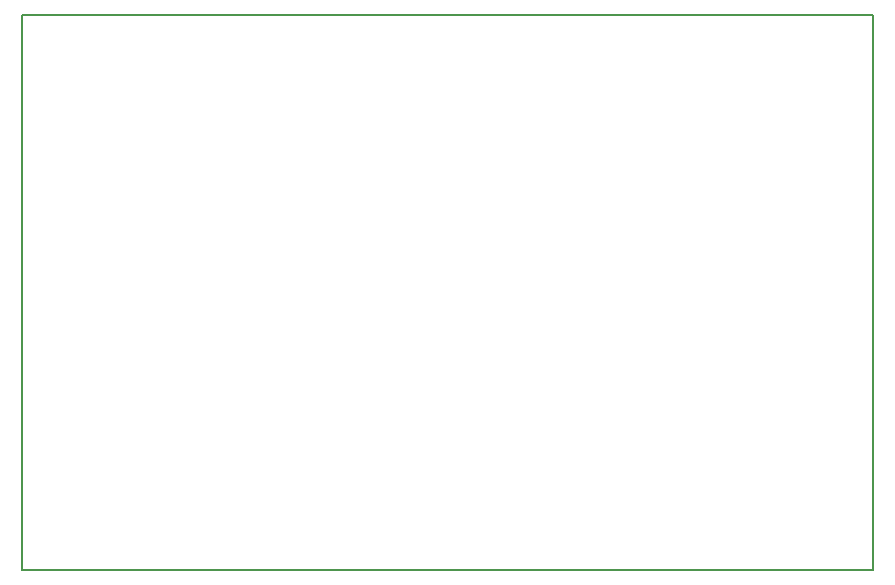
<source format=gm1>
G04 #@! TF.FileFunction,Profile,NP*
%FSLAX46Y46*%
G04 Gerber Fmt 4.6, Leading zero omitted, Abs format (unit mm)*
G04 Created by KiCad (PCBNEW 4.0.7) date 09/03/18 17:01:03*
%MOMM*%
%LPD*%
G01*
G04 APERTURE LIST*
%ADD10C,0.100000*%
%ADD11C,0.150000*%
G04 APERTURE END LIST*
D10*
D11*
X50000000Y-30000000D02*
X122000000Y-30000000D01*
X50000000Y-77000000D02*
X50000000Y-30000000D01*
X122000000Y-77000000D02*
X50000000Y-77000000D01*
X122000000Y-30000000D02*
X122000000Y-77000000D01*
M02*

</source>
